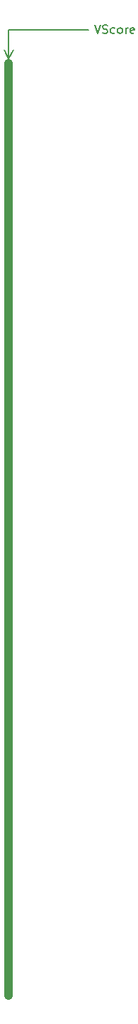
<source format=gbr>
G04 #@! TF.GenerationSoftware,KiCad,Pcbnew,8.0.2-1*
G04 #@! TF.CreationDate,2024-05-10T10:02:21+02:00*
G04 #@! TF.ProjectId,sparkle,73706172-6b6c-4652-9e6b-696361645f70,rev?*
G04 #@! TF.SameCoordinates,Original*
G04 #@! TF.FileFunction,Other,User*
%FSLAX46Y46*%
G04 Gerber Fmt 4.6, Leading zero omitted, Abs format (unit mm)*
G04 Created by KiCad (PCBNEW 8.0.2-1) date 2024-05-10 10:02:21*
%MOMM*%
%LPD*%
G01*
G04 APERTURE LIST*
%ADD10C,1.000000*%
%ADD11C,0.150000*%
G04 APERTURE END LIST*
D10*
X90500000Y-50000000D02*
X90500000Y-161000000D01*
D11*
X100771428Y-45454819D02*
X101104761Y-46454819D01*
X101104761Y-46454819D02*
X101438094Y-45454819D01*
X101723809Y-46407200D02*
X101866666Y-46454819D01*
X101866666Y-46454819D02*
X102104761Y-46454819D01*
X102104761Y-46454819D02*
X102199999Y-46407200D01*
X102199999Y-46407200D02*
X102247618Y-46359580D01*
X102247618Y-46359580D02*
X102295237Y-46264342D01*
X102295237Y-46264342D02*
X102295237Y-46169104D01*
X102295237Y-46169104D02*
X102247618Y-46073866D01*
X102247618Y-46073866D02*
X102199999Y-46026247D01*
X102199999Y-46026247D02*
X102104761Y-45978628D01*
X102104761Y-45978628D02*
X101914285Y-45931009D01*
X101914285Y-45931009D02*
X101819047Y-45883390D01*
X101819047Y-45883390D02*
X101771428Y-45835771D01*
X101771428Y-45835771D02*
X101723809Y-45740533D01*
X101723809Y-45740533D02*
X101723809Y-45645295D01*
X101723809Y-45645295D02*
X101771428Y-45550057D01*
X101771428Y-45550057D02*
X101819047Y-45502438D01*
X101819047Y-45502438D02*
X101914285Y-45454819D01*
X101914285Y-45454819D02*
X102152380Y-45454819D01*
X102152380Y-45454819D02*
X102295237Y-45502438D01*
X103152380Y-46407200D02*
X103057142Y-46454819D01*
X103057142Y-46454819D02*
X102866666Y-46454819D01*
X102866666Y-46454819D02*
X102771428Y-46407200D01*
X102771428Y-46407200D02*
X102723809Y-46359580D01*
X102723809Y-46359580D02*
X102676190Y-46264342D01*
X102676190Y-46264342D02*
X102676190Y-45978628D01*
X102676190Y-45978628D02*
X102723809Y-45883390D01*
X102723809Y-45883390D02*
X102771428Y-45835771D01*
X102771428Y-45835771D02*
X102866666Y-45788152D01*
X102866666Y-45788152D02*
X103057142Y-45788152D01*
X103057142Y-45788152D02*
X103152380Y-45835771D01*
X103723809Y-46454819D02*
X103628571Y-46407200D01*
X103628571Y-46407200D02*
X103580952Y-46359580D01*
X103580952Y-46359580D02*
X103533333Y-46264342D01*
X103533333Y-46264342D02*
X103533333Y-45978628D01*
X103533333Y-45978628D02*
X103580952Y-45883390D01*
X103580952Y-45883390D02*
X103628571Y-45835771D01*
X103628571Y-45835771D02*
X103723809Y-45788152D01*
X103723809Y-45788152D02*
X103866666Y-45788152D01*
X103866666Y-45788152D02*
X103961904Y-45835771D01*
X103961904Y-45835771D02*
X104009523Y-45883390D01*
X104009523Y-45883390D02*
X104057142Y-45978628D01*
X104057142Y-45978628D02*
X104057142Y-46264342D01*
X104057142Y-46264342D02*
X104009523Y-46359580D01*
X104009523Y-46359580D02*
X103961904Y-46407200D01*
X103961904Y-46407200D02*
X103866666Y-46454819D01*
X103866666Y-46454819D02*
X103723809Y-46454819D01*
X104485714Y-46454819D02*
X104485714Y-45788152D01*
X104485714Y-45978628D02*
X104533333Y-45883390D01*
X104533333Y-45883390D02*
X104580952Y-45835771D01*
X104580952Y-45835771D02*
X104676190Y-45788152D01*
X104676190Y-45788152D02*
X104771428Y-45788152D01*
X105485714Y-46407200D02*
X105390476Y-46454819D01*
X105390476Y-46454819D02*
X105200000Y-46454819D01*
X105200000Y-46454819D02*
X105104762Y-46407200D01*
X105104762Y-46407200D02*
X105057143Y-46311961D01*
X105057143Y-46311961D02*
X105057143Y-45931009D01*
X105057143Y-45931009D02*
X105104762Y-45835771D01*
X105104762Y-45835771D02*
X105200000Y-45788152D01*
X105200000Y-45788152D02*
X105390476Y-45788152D01*
X105390476Y-45788152D02*
X105485714Y-45835771D01*
X105485714Y-45835771D02*
X105533333Y-45931009D01*
X105533333Y-45931009D02*
X105533333Y-46026247D01*
X105533333Y-46026247D02*
X105057143Y-46121485D01*
X90500000Y-49500000D02*
X90500000Y-46000000D01*
X90500000Y-49500000D02*
X89913579Y-48373496D01*
X90500000Y-49500000D02*
X91086421Y-48373496D01*
X90500000Y-46000000D02*
X100051190Y-46000000D01*
X90500000Y-49500000D02*
X90500000Y-46000000D01*
X90500000Y-49500000D02*
X89913579Y-48373496D01*
X90500000Y-49500000D02*
X91086421Y-48373496D01*
X90500000Y-46000000D02*
X100051190Y-46000000D01*
M02*

</source>
